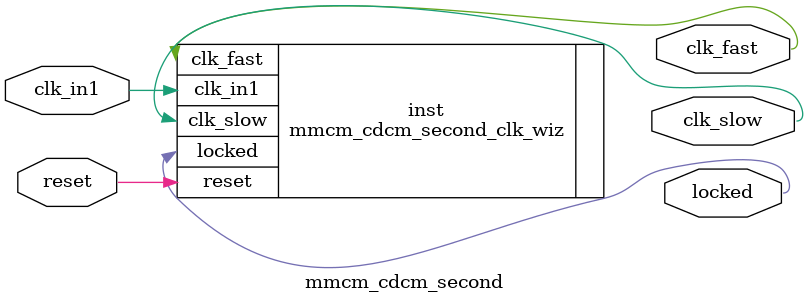
<source format=v>


`timescale 1ps/1ps

(* CORE_GENERATION_INFO = "mmcm_cdcm_second,clk_wiz_v6_0_12_0_0,{component_name=mmcm_cdcm_second,use_phase_alignment=true,use_min_o_jitter=false,use_max_i_jitter=false,use_dyn_phase_shift=false,use_inclk_switchover=false,use_dyn_reconfig=false,enable_axi=0,feedback_source=FDBK_AUTO,PRIMITIVE=MMCM,num_out_clk=2,clkin1_period=8.000,clkin2_period=10.000,use_power_down=false,use_reset=true,use_locked=true,use_inclk_stopped=false,feedback_type=SINGLE,CLOCK_MGR_TYPE=NA,manual_override=false}" *)

module mmcm_cdcm_second 
 (
  // Clock out ports
  output        clk_fast,
  output        clk_slow,
  // Status and control signals
  input         reset,
  output        locked,
 // Clock in ports
  input         clk_in1
 );

  mmcm_cdcm_second_clk_wiz inst
  (
  // Clock out ports  
  .clk_fast(clk_fast),
  .clk_slow(clk_slow),
  // Status and control signals               
  .reset(reset), 
  .locked(locked),
 // Clock in ports
  .clk_in1(clk_in1)
  );

endmodule

</source>
